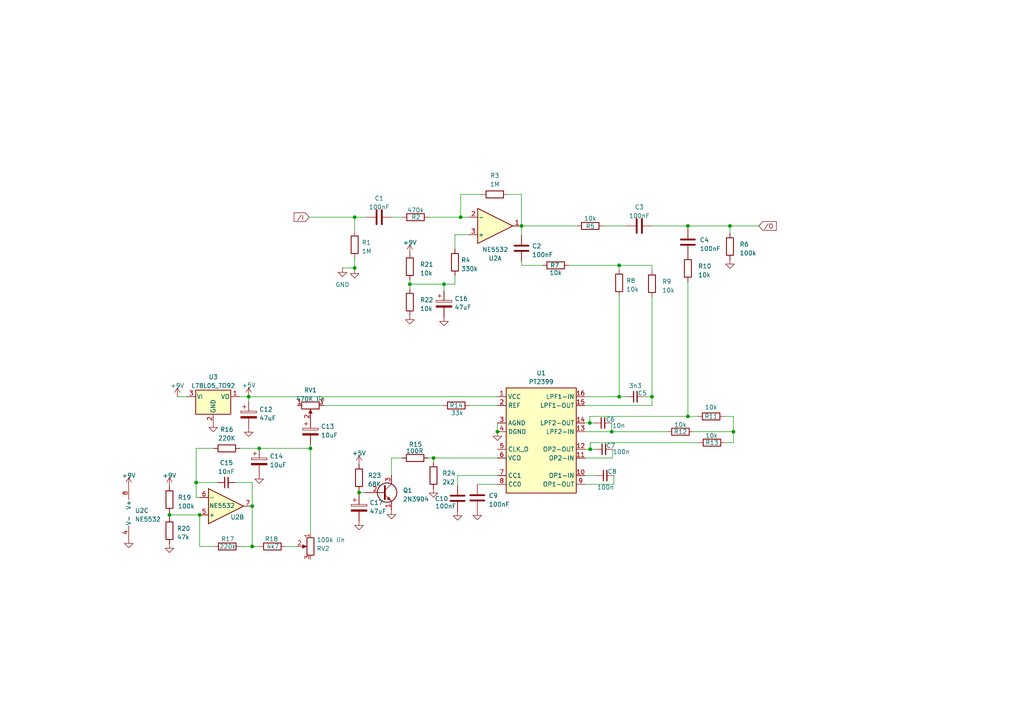
<source format=kicad_sch>
(kicad_sch (version 20230121) (generator eeschema)
  (paper "A4")
  (lib_symbols
    (symbol "Amplifier_Operational:NE5532" (pin_names (offset 0.127))
      (property "Reference" "U" (at 0 5.08 0))
      (property "Value" "NE5532" (at 0 -5.08 0))
      (symbol "NE5532_1_1"
        (polyline (pts (xy -5.08 5.08) (xy 5.08 0) (xy -5.08 -5.08) (xy -5.08 5.08)) (stroke (width 0.254)) (fill (type background)))
        (pin output line (at 7.62 0 180) (length 2.54) (name "~") (number "1"))
        (pin input line (at -7.62 -2.54 0) (length 2.54) (name "-") (number "2"))
        (pin input line (at -7.62 2.54 0) (length 2.54) (name "+") (number "3"))
      )
      (symbol "NE5532_2_1"
        (polyline (pts (xy -5.08 5.08) (xy 5.08 0) (xy -5.08 -5.08) (xy -5.08 5.08)) (stroke (width 0.254)) (fill (type background)))
        (pin input line (at -7.62 2.54 0) (length 2.54) (name "+") (number "5"))
        (pin input line (at -7.62 -2.54 0) (length 2.54) (name "-") (number "6"))
        (pin output line (at 7.62 0 180) (length 2.54) (name "~") (number "7"))
      )
      (symbol "NE5532_3_1"
        (pin power_in line (at -2.54 -7.62 90) (length 3.81) (name "V-") (number "4"))
        (pin power_in line (at -2.54 7.62 270) (length 3.81) (name "V+") (number "8"))
      )
    )
    (symbol "Audio:PT2399"
      (property "Reference" "U" (at 0 17.78 0))
      (property "Value" "PT2399" (at 0 -17.78 0))
      (symbol "PT2399_0_1"
        (rectangle (start -10.16 15.24) (end 10.16 -15.24) (stroke (width 0.254)) (fill (type background)))
      )
      (symbol "PT2399_1_1"
        (pin power_in line (at -12.7 12.7 0) (length 2.54) (name "VCC") (number "1"))
        (pin input line (at 12.7 -10.16 180) (length 2.54) (name "OP1-IN") (number "10"))
        (pin input line (at 12.7 -5.08 180) (length 2.54) (name "OP2-IN") (number "11"))
        (pin output line (at 12.7 -2.54 180) (length 2.54) (name "OP2-OUT") (number "12"))
        (pin input line (at 12.7 2.54 180) (length 2.54) (name "LPF2-IN") (number "13"))
        (pin output line (at 12.7 5.08 180) (length 2.54) (name "LPF2-OUT") (number "14"))
        (pin output line (at 12.7 10.16 180) (length 2.54) (name "LPF1-OUT") (number "15"))
        (pin input line (at 12.7 12.7 180) (length 2.54) (name "LPF1-IN") (number "16"))
        (pin passive line (at -12.7 10.16 0) (length 2.54) (name "REF") (number "2"))
        (pin power_in line (at -12.7 5.08 0) (length 2.54) (name "AGND") (number "3"))
        (pin power_in line (at -12.7 2.54 0) (length 2.54) (name "DGND") (number "4"))
        (pin passive line (at -12.7 -2.54 0) (length 2.54) (name "CLK_O") (number "5"))
        (pin passive line (at -12.7 -5.08 0) (length 2.54) (name "VCO") (number "6"))
        (pin passive line (at -12.7 -10.16 0) (length 2.54) (name "CC1") (number "7"))
        (pin passive line (at -12.7 -12.7 0) (length 2.54) (name "CC0") (number "8"))
        (pin output line (at 12.7 -12.7 180) (length 2.54) (name "OP1-OUT") (number "9"))
      )
    )
    (symbol "Device:C" (pin_numbers hide) (pin_names (offset 0.254))
      (property "Reference" "C" (at 0.635 2.54 0))
      (property "Value" "C" (at 0.635 -2.54 0))
      (symbol "C_0_1"
        (polyline (pts (xy -2.032 -0.762) (xy 2.032 -0.762)) (stroke (width 0.508)))
        (polyline (pts (xy -2.032 0.762) (xy 2.032 0.762)) (stroke (width 0.508)))
      )
      (symbol "C_1_1"
        (pin passive line (at 0 3.81 270) (length 2.794) (name "~") (number "1"))
        (pin passive line (at 0 -3.81 90) (length 2.794) (name "~") (number "2"))
      )
    )
    (symbol "Device:C_Polarized" (pin_numbers hide) (pin_names (offset 0.254))
      (property "Reference" "C" (at 0.635 2.54 0))
      (property "Value" "C_Polarized" (at 0.635 -2.54 0))
      (symbol "C_Polarized_0_1"
        (rectangle (start -2.286 0.508) (end 2.286 1.016))
        (polyline (pts (xy -1.778 2.286) (xy -0.762 2.286)))
        (polyline (pts (xy -1.27 2.794) (xy -1.27 1.778)))
        (rectangle (start 2.286 -0.508) (end -2.286 -1.016) (fill (type outline)))
      )
      (symbol "C_Polarized_1_1"
        (pin passive line (at 0 3.81 270) (length 2.794) (name "~") (number "1"))
        (pin passive line (at 0 -3.81 90) (length 2.794) (name "~") (number "2"))
      )
    )
    (symbol "Device:C_Small" (pin_numbers hide) (pin_names (offset 0.254) hide)
      (property "Reference" "C" (at 0.254 1.778 0))
      (property "Value" "C_Small" (at 0.254 -2.032 0))
      (symbol "C_Small_0_1"
        (polyline (pts (xy -1.524 -0.508) (xy 1.524 -0.508)) (stroke (width 0.3302)))
        (polyline (pts (xy -1.524 0.508) (xy 1.524 0.508)) (stroke (width 0.3048)))
      )
      (symbol "C_Small_1_1"
        (pin passive line (at 0 2.54 270) (length 2.032) (name "~") (number "1"))
        (pin passive line (at 0 -2.54 90) (length 2.032) (name "~") (number "2"))
      )
    )
    (symbol "Device:R" (pin_numbers hide) (pin_names (offset 0))
      (property "Reference" "R" (at 2.032 0 90))
      (property "Value" "R" (at 0 0 90))
      (symbol "R_0_1"
        (rectangle (start -1.016 -2.54) (end 1.016 2.54) (stroke (width 0.254)))
      )
      (symbol "R_1_1"
        (pin passive line (at 0 3.81 270) (length 1.27) (name "~") (number "1"))
        (pin passive line (at 0 -3.81 90) (length 1.27) (name "~") (number "2"))
      )
    )
    (symbol "Device:R_Potentiometer" (pin_names (offset 1.016) hide)
      (property "Reference" "RV" (at -4.445 0 90))
      (property "Value" "R_Potentiometer" (at -2.54 0 90))
      (symbol "R_Potentiometer_0_1"
        (polyline (pts (xy 2.54 0) (xy 1.524 0)))
        (polyline (pts (xy 1.143 0) (xy 2.286 0.508) (xy 2.286 -0.508) (xy 1.143 0)) (fill (type outline)))
        (rectangle (start 1.016 2.54) (end -1.016 -2.54) (stroke (width 0.254)))
      )
      (symbol "R_Potentiometer_1_1"
        (pin passive line (at 0 3.81 270) (length 1.27) (name "1") (number "1"))
        (pin passive line (at 3.81 0 180) (length 1.27) (name "2") (number "2"))
        (pin passive line (at 0 -3.81 90) (length 1.27) (name "3") (number "3"))
      )
    )
    (symbol "Regulator_Linear:L78L05_TO92" (pin_names (offset 0.254))
      (property "Reference" "U" (at -3.81 3.175 0))
      (property "Value" "L78L05_TO92" (at 0 3.175 0))
      (symbol "L78L05_TO92_0_1"
        (rectangle (start -5.08 -5.08) (end 5.08 1.905) (stroke (width 0.254)) (fill (type background)))
      )
      (symbol "L78L05_TO92_1_1"
        (pin power_out line (at 7.62 0 180) (length 2.54) (name "VO") (number "1"))
        (pin power_in line (at 0 -7.62 90) (length 2.54) (name "GND") (number "2"))
        (pin power_in line (at -7.62 0 0) (length 2.54) (name "VI") (number "3"))
      )
    )
    (symbol "Transistor_BJT:2N3904" (pin_names (offset 0) hide)
      (property "Reference" "Q" (at 5.08 1.905 0))
      (property "Value" "2N3904" (at 5.08 0 0))
      (symbol "2N3904_0_1"
        (polyline (pts (xy 0.635 0.635) (xy 2.54 2.54)))
        (polyline (pts (xy 0.635 -0.635) (xy 2.54 -2.54) (xy 2.54 -2.54)))
        (polyline (pts (xy 0.635 1.905) (xy 0.635 -1.905) (xy 0.635 -1.905)) (stroke (width 0.508)))
        (polyline (pts (xy 1.27 -1.778) (xy 1.778 -1.27) (xy 2.286 -2.286) (xy 1.27 -1.778) (xy 1.27 -1.778)) (fill (type outline)))
        (circle (center 1.27 0) (radius 2.8194) (stroke (width 0.254)))
      )
      (symbol "2N3904_1_1"
        (pin passive line (at 2.54 -5.08 90) (length 2.54) (name "E") (number "1"))
        (pin passive line (at -5.08 0 0) (length 5.715) (name "B") (number "2"))
        (pin passive line (at 2.54 5.08 270) (length 2.54) (name "C") (number "3"))
      )
    )
    (symbol "power:+5V" (power) (pin_names (offset 0))
      (property "Value" "+5V" (at 0 3.556 0))
      (symbol "+5V_0_1"
        (polyline (pts (xy -0.762 1.27) (xy 0 2.54)))
        (polyline (pts (xy 0 0) (xy 0 2.54)))
        (polyline (pts (xy 0 2.54) (xy 0.762 1.27)))
      )
      (symbol "+5V_1_1"
        (pin power_in line (at 0 0 90) (length 0) hide (name "+5V") (number "1"))
      )
    )
    (symbol "power:+9V" (power) (pin_names (offset 0))
      (property "Value" "+9V" (at 0 3.556 0))
      (symbol "+9V_0_1"
        (polyline (pts (xy -0.762 1.27) (xy 0 2.54)))
        (polyline (pts (xy 0 0) (xy 0 2.54)))
        (polyline (pts (xy 0 2.54) (xy 0.762 1.27)))
      )
      (symbol "+9V_1_1"
        (pin power_in line (at 0 0 90) (length 0) hide (name "+9V") (number "1"))
      )
    )
    (symbol "power:GND" (power) (pin_names (offset 0))
      (property "Value" "GND" (at 0 -3.81 0))
      (symbol "GND_0_1"
        (polyline (pts (xy 0 0) (xy 0 -1.27) (xy 1.27 -1.27) (xy 0 -2.54) (xy -1.27 -1.27) (xy 0 -1.27)))
      )
      (symbol "GND_1_1"
        (pin power_in line (at 0 0 270) (length 0) hide (name "GND") (number "1"))
      )
    )
  )
  (junction (at 144.272 125.222))
  (junction (at 171.196 130.302))
  (junction (at 199.517 120.777))
  (junction (at 102.87 62.992))
  (junction (at 90.043 130.048))
  (junction (at 212.725 125.222))
  (junction (at 177.419 125.222))
  (junction (at 133.604 62.992))
  (junction (at 49.149 149.352))
  (junction (at 102.87 77.724))
  (junction (at 189.103 115.062))
  (junction (at 151.257 65.532))
  (junction (at 211.709 65.532))
  (junction (at 57.912 149.352))
  (junction (at 73.152 146.812))
  (junction (at 56.896 139.954))
  (junction (at 125.73 132.842))
  (junction (at 199.517 65.532))
  (junction (at 171.069 122.682))
  (junction (at 75.184 130.048))
  (junction (at 72.136 115.062))
  (junction (at 179.578 115.062))
  (junction (at 104.14 142.875))
  (junction (at 118.872 82.423))
  (junction (at 128.778 82.423))
  (junction (at 179.578 76.962))
  (junction (at 73.152 158.496))
  (wire (pts (xy 189.103 115.062) (xy 189.103 117.602)))
  (wire (pts (xy 133.604 62.992) (xy 136.017 62.992)))
  (wire (pts (xy 102.87 74.803) (xy 102.87 77.724)))
  (wire (pts (xy 49.149 148.717) (xy 49.149 149.352)))
  (wire (pts (xy 132.715 140.716) (xy 132.715 137.922)))
  (wire (pts (xy 82.804 158.496) (xy 86.233 158.496)))
  (wire (pts (xy 186.817 115.062) (xy 189.103 115.062)))
  (wire (pts (xy 144.272 122.682) (xy 144.272 125.222)))
  (wire (pts (xy 211.709 67.691) (xy 211.709 65.532)))
  (wire (pts (xy 73.152 139.954) (xy 73.152 146.812)))
  (wire (pts (xy 68.199 139.954) (xy 73.152 139.954)))
  (wire (pts (xy 73.152 158.496) (xy 75.184 158.496)))
  (wire (pts (xy 179.578 85.852) (xy 179.578 115.062)))
  (wire (pts (xy 151.257 76.962) (xy 157.353 76.962)))
  (wire (pts (xy 124.333 62.992) (xy 133.604 62.992)))
  (wire (pts (xy 212.725 125.222) (xy 212.725 128.397)))
  (wire (pts (xy 125.73 132.842) (xy 125.73 134.112)))
  (wire (pts (xy 73.152 146.812) (xy 73.152 158.496)))
  (wire (pts (xy 201.168 125.222) (xy 212.725 125.222)))
  (wire (pts (xy 69.723 158.496) (xy 73.152 158.496)))
  (wire (pts (xy 169.672 117.602) (xy 189.103 117.602)))
  (wire (pts (xy 131.953 68.072) (xy 131.953 72.263)))
  (wire (pts (xy 211.709 65.532) (xy 220.091 65.532)))
  (wire (pts (xy 169.672 122.682) (xy 171.069 122.682)))
  (wire (pts (xy 177.419 125.222) (xy 193.548 125.222)))
  (wire (pts (xy 175.006 65.532) (xy 181.61 65.532)))
  (wire (pts (xy 177.673 132.842) (xy 177.673 130.302)))
  (wire (pts (xy 113.792 62.992) (xy 116.713 62.992)))
  (wire (pts (xy 212.725 120.777) (xy 212.725 125.222)))
  (wire (pts (xy 136.144 117.602) (xy 144.272 117.602)))
  (wire (pts (xy 72.136 116.459) (xy 72.136 115.062)))
  (wire (pts (xy 75.184 130.048) (xy 90.043 130.048)))
  (wire (pts (xy 57.912 158.496) (xy 62.103 158.496)))
  (wire (pts (xy 90.043 130.048) (xy 90.043 129.032)))
  (wire (pts (xy 199.517 65.532) (xy 199.517 66.421)))
  (wire (pts (xy 57.912 149.352) (xy 57.912 158.496)))
  (wire (pts (xy 151.257 75.819) (xy 151.257 76.962)))
  (wire (pts (xy 56.896 144.272) (xy 57.912 144.272)))
  (wire (pts (xy 99.314 77.724) (xy 102.87 77.724)))
  (wire (pts (xy 169.672 115.062) (xy 179.578 115.062)))
  (wire (pts (xy 210.058 120.777) (xy 212.725 120.777)))
  (wire (pts (xy 104.14 142.875) (xy 104.14 143.51)))
  (wire (pts (xy 139.7 56.388) (xy 133.604 56.388)))
  (wire (pts (xy 69.469 115.062) (xy 72.136 115.062)))
  (wire (pts (xy 118.872 82.423) (xy 128.778 82.423)))
  (wire (pts (xy 118.872 82.423) (xy 118.872 81.153)))
  (wire (pts (xy 169.672 140.462) (xy 178.054 140.462)))
  (wire (pts (xy 171.069 122.682) (xy 172.339 122.682)))
  (wire (pts (xy 54.229 115.062) (xy 51.435 115.062)))
  (wire (pts (xy 151.257 65.532) (xy 151.257 56.388)))
  (wire (pts (xy 132.715 137.922) (xy 144.272 137.922)))
  (wire (pts (xy 102.87 62.992) (xy 106.172 62.992)))
  (wire (pts (xy 56.896 139.954) (xy 56.896 144.272)))
  (wire (pts (xy 177.419 122.682) (xy 177.419 125.222)))
  (wire (pts (xy 189.103 86.106) (xy 189.103 115.062)))
  (wire (pts (xy 69.596 130.048) (xy 75.184 130.048)))
  (wire (pts (xy 171.196 130.302) (xy 169.672 130.302)))
  (wire (pts (xy 151.257 65.532) (xy 151.257 68.199)))
  (wire (pts (xy 136.017 68.072) (xy 131.953 68.072)))
  (wire (pts (xy 164.973 76.962) (xy 179.578 76.962)))
  (wire (pts (xy 125.73 132.842) (xy 144.272 132.842)))
  (wire (pts (xy 199.517 81.661) (xy 199.517 120.777)))
  (wire (pts (xy 56.896 130.048) (xy 56.896 139.954)))
  (wire (pts (xy 151.257 56.388) (xy 147.32 56.388)))
  (wire (pts (xy 171.069 120.777) (xy 171.069 122.682)))
  (wire (pts (xy 102.87 62.992) (xy 102.87 67.183)))
  (wire (pts (xy 105.918 142.875) (xy 104.14 142.875)))
  (wire (pts (xy 63.119 139.954) (xy 56.896 139.954)))
  (wire (pts (xy 171.069 120.777) (xy 199.517 120.777)))
  (wire (pts (xy 124.206 132.842) (xy 125.73 132.842)))
  (wire (pts (xy 199.517 120.777) (xy 202.438 120.777)))
  (wire (pts (xy 178.054 140.462) (xy 178.054 137.922)))
  (wire (pts (xy 179.578 76.962) (xy 189.103 76.962)))
  (wire (pts (xy 199.517 65.532) (xy 211.709 65.532)))
  (wire (pts (xy 169.672 132.842) (xy 177.673 132.842)))
  (wire (pts (xy 131.953 82.423) (xy 128.778 82.423)))
  (wire (pts (xy 133.604 56.388) (xy 133.604 62.992)))
  (wire (pts (xy 61.976 130.048) (xy 56.896 130.048)))
  (wire (pts (xy 151.257 65.532) (xy 167.386 65.532)))
  (wire (pts (xy 118.872 83.82) (xy 118.872 82.423)))
  (wire (pts (xy 169.672 137.922) (xy 172.974 137.922)))
  (wire (pts (xy 171.196 130.302) (xy 172.593 130.302)))
  (wire (pts (xy 138.43 140.462) (xy 138.43 140.589)))
  (wire (pts (xy 189.23 65.532) (xy 199.517 65.532)))
  (wire (pts (xy 102.87 77.724) (xy 102.87 78.105)))
  (wire (pts (xy 90.043 130.048) (xy 90.043 154.686)))
  (wire (pts (xy 131.953 79.883) (xy 131.953 82.423)))
  (wire (pts (xy 169.672 125.222) (xy 177.419 125.222)))
  (wire (pts (xy 212.725 128.397) (xy 210.312 128.397)))
  (wire (pts (xy 93.853 117.602) (xy 128.524 117.602)))
  (wire (pts (xy 128.778 84.328) (xy 128.778 82.423)))
  (wire (pts (xy 179.578 115.062) (xy 181.737 115.062)))
  (wire (pts (xy 179.578 78.232) (xy 179.578 76.962)))
  (wire (pts (xy 49.149 149.352) (xy 49.149 150.114)))
  (wire (pts (xy 116.586 132.842) (xy 113.538 132.842)))
  (wire (pts (xy 189.103 76.962) (xy 189.103 78.486)))
  (wire (pts (xy 202.692 128.397) (xy 171.196 128.397)))
  (wire (pts (xy 113.538 132.842) (xy 113.538 137.795)))
  (wire (pts (xy 49.149 149.352) (xy 57.912 149.352)))
  (wire (pts (xy 89.662 62.992) (xy 102.87 62.992)))
  (wire (pts (xy 171.196 128.397) (xy 171.196 130.302)))
  (wire (pts (xy 104.14 142.875) (xy 104.14 142.367)))
  (wire (pts (xy 72.136 115.062) (xy 144.272 115.062)))
  (wire (pts (xy 144.272 140.462) (xy 138.43 140.462)))
  (global_label "{slash}O" (shape input) (at 220.091 65.532 0) (property "Intersheetrefs" "${INTERSHEET_REFS}" (effects hide)))
  (global_label "{slash}I" (shape input) (at 89.662 62.992 180) (property "Intersheetrefs" "${INTERSHEET_REFS}" (effects hide)))
  (symbol (lib_id "Device:R") (at 206.248 120.777 270) (unit 1)
    (property "Reference" "R11" (at 206.248 120.777 90))
    (property "Value" "10k" (at 206.248 118.11 90))
    (property "Footprint" "Resistor_THT:R_Axial_DIN0204_L3.6mm_D1.6mm_P7.62mm_Horizontal" (effects hide))
  )
  (symbol (lib_id "Device:R") (at 102.87 70.993 0) (unit 1)
    (property "Reference" "R1" (at 104.902 70.358 0) (effects (justify left)))
    (property "Value" "1M" (at 104.902 72.898 0) (effects (justify left)))
    (property "Footprint" "Resistor_THT:R_Axial_DIN0204_L3.6mm_D1.6mm_P7.62mm_Horizontal" (effects hide))
  )
  (symbol (lib_id "power:GND") (at 132.715 148.336 0) (unit 1)
    (property "Reference" "#PWR07" (effects hide))
    (property "Value" "Earth" (effects hide))
  )
  (symbol (lib_id "Amplifier_Operational:NE5532") (at 143.637 65.532 0) (mirror x) (unit 1)
    (property "Reference" "U2" (at 143.637 74.93 0))
    (property "Value" "NE5532" (at 143.637 72.39 0))
    (property "Footprint" "Package_DIP:DIP-8_W7.62mm" (effects hide))
    (property "Datasheet" "http://www.ti.com/lit/ds/symlink/ne5532.pdf" (effects hide))
  )
  (symbol (lib_id "power:GND") (at 102.87 78.105 0) (unit 1)
    (property "Reference" "#PWR01" (effects hide))
    (property "Value" "Earth" (effects hide))
  )
  (symbol (lib_id "Device:R") (at 125.73 137.922 180) (unit 1)
    (property "Reference" "R24" (at 128.27 137.287 0) (effects (justify right)))
    (property "Value" "2k2" (at 128.27 139.827 0) (effects (justify right)))
    (property "Footprint" "Resistor_THT:R_Axial_DIN0204_L3.6mm_D1.6mm_P7.62mm_Horizontal" (effects hide))
  )
  (symbol (lib_id "power:GND") (at 125.73 141.732 0) (unit 1)
    (property "Reference" "#PWR06" (effects hide))
    (property "Value" "Earth" (effects hide))
  )
  (symbol (lib_id "Device:R") (at 179.578 82.042 180) (unit 1)
    (property "Reference" "R8" (at 181.61 81.407 0) (effects (justify right)))
    (property "Value" "10k" (at 181.61 83.947 0) (effects (justify right)))
    (property "Footprint" "Resistor_THT:R_Axial_DIN0204_L3.6mm_D1.6mm_P7.62mm_Horizontal" (effects hide))
  )
  (symbol (lib_id "Device:C") (at 132.715 144.526 180) (unit 1)
    (property "Reference" "C10" (at 126.111 144.653 0) (effects (justify right)))
    (property "Value" "100nF" (at 126.238 146.812 0) (effects (justify right)))
    (property "Footprint" "Capacitor_THT:C_Disc_D7.0mm_W2.5mm_P5.00mm" (effects hide))
  )
  (symbol (lib_id "power:GND") (at 128.778 91.948 0) (unit 1)
    (property "Reference" "#PWR018" (effects hide))
    (property "Value" "Earth" (effects hide))
  )
  (symbol (lib_id "power:GND") (at 49.149 157.734 0) (unit 1)
    (property "Reference" "#PWR015" (effects hide))
    (property "Value" "Earth" (effects hide))
  )
  (symbol (lib_id "Device:R_Potentiometer") (at 90.043 117.602 90) (mirror x) (unit 1)
    (property "Reference" "RV1" (at 90.043 113.157 90))
    (property "Value" "470K lin" (at 90.043 115.697 90))
    (property "Footprint" "Potentiometer_THT:Potentiometer_Alpha_RD901F-40-00D_Single_Vertical" (effects hide))
  )
  (symbol (lib_id "Transistor_BJT:2N3904") (at 110.998 142.875 0) (unit 1)
    (property "Reference" "Q1" (at 116.84 142.24 0) (effects (justify left)))
    (property "Value" "2N3904" (at 116.84 144.78 0) (effects (justify left)))
    (property "Footprint" "Package_TO_SOT_THT:TO-92_Inline" (effects hide))
    (property "Datasheet" "https://www.onsemi.com/pub/Collateral/2N3903-D.PDF" (effects hide))
  )
  (symbol (lib_id "Device:R") (at 189.103 82.296 180) (unit 1)
    (property "Reference" "R9" (at 192.024 81.661 0) (effects (justify right)))
    (property "Value" "10k" (at 192.024 84.201 0) (effects (justify right)))
    (property "Footprint" "Resistor_THT:R_Axial_DIN0204_L3.6mm_D1.6mm_P7.62mm_Horizontal" (effects hide))
  )
  (symbol (lib_id "Device:R") (at 49.149 144.907 180) (unit 1)
    (property "Reference" "R19" (at 51.562 144.272 0) (effects (justify right)))
    (property "Value" "100k" (at 51.562 146.812 0) (effects (justify right)))
    (property "Footprint" "Resistor_THT:R_Axial_DIN0204_L3.6mm_D1.6mm_P7.62mm_Horizontal" (effects hide))
  )
  (symbol (lib_id "power:GND") (at 144.272 125.222 0) (unit 1)
    (property "Reference" "#PWR05" (effects hide))
    (property "Value" "Earth" (effects hide))
  )
  (symbol (lib_id "Device:R") (at 211.709 71.501 180) (unit 1)
    (property "Reference" "R6" (at 214.503 70.866 0) (effects (justify right)))
    (property "Value" "100k" (at 214.503 73.406 0) (effects (justify right)))
    (property "Footprint" "Resistor_THT:R_Axial_DIN0204_L3.6mm_D1.6mm_P7.62mm_Horizontal" (effects hide))
  )
  (symbol (lib_id "power:+5V") (at 104.14 134.747 0) (unit 1)
    (property "Reference" "#PWR021" (effects hide))
    (property "Value" "+5V" (at 104.14 131.445 0))
  )
  (symbol (lib_id "power:GND") (at 211.709 75.311 0) (unit 1)
    (property "Reference" "#PWR03" (effects hide))
    (property "Value" "Earth" (effects hide))
  )
  (symbol (lib_id "Audio:PT2399") (at 156.972 127.762 0) (unit 1)
    (property "Reference" "U1" (at 156.972 108.204 0))
    (property "Value" "PT2399" (at 156.972 110.744 0))
    (property "Footprint" "Package_DIP:DIP-16_W7.62mm" (effects hide))
    (property "Datasheet" "http://sound.westhost.com/pt2399.pdf" (effects hide))
  )
  (symbol (lib_id "power:+9V") (at 118.872 73.533 0) (unit 1)
    (property "Reference" "#PWR019" (effects hide))
    (property "Value" "+9V" (at 118.872 70.358 0))
  )
  (symbol (lib_id "Amplifier_Operational:NE5532") (at 39.878 148.717 0) (unit 3)
    (property "Reference" "U2" (at 39.116 148.082 0) (effects (justify left)))
    (property "Value" "NE5532" (at 39.116 150.622 0) (effects (justify left)))
    (property "Footprint" "Package_DIP:DIP-8_W7.62mm" (effects hide))
    (property "Datasheet" "http://www.ti.com/lit/ds/symlink/ne5532.pdf" (effects hide))
  )
  (symbol (lib_id "Device:C_Polarized") (at 75.184 133.858 0) (unit 1)
    (property "Reference" "C14" (at 78.232 132.334 0) (effects (justify left)))
    (property "Value" "10uF" (at 78.232 134.874 0) (effects (justify left)))
    (property "Footprint" "Capacitor_THT:CP_Radial_D8.0mm_P2.50mm" (effects hide))
  )
  (symbol (lib_id "power:GND") (at 37.338 156.337 0) (unit 1)
    (property "Reference" "#PWR014" (effects hide))
    (property "Value" "Earth" (effects hide))
  )
  (symbol (lib_id "Device:C_Polarized") (at 128.778 88.138 0) (unit 1)
    (property "Reference" "C16" (at 131.826 86.614 0) (effects (justify left)))
    (property "Value" "47uF" (at 131.826 89.154 0) (effects (justify left)))
    (property "Footprint" "Capacitor_THT:CP_Radial_D8.0mm_P2.50mm" (effects hide))
  )
  (symbol (lib_id "Device:R") (at 49.149 153.924 180) (unit 1)
    (property "Reference" "R20" (at 51.308 153.289 0) (effects (justify right)))
    (property "Value" "47k" (at 51.308 155.829 0) (effects (justify right)))
    (property "Footprint" "Resistor_THT:R_Axial_DIN0204_L3.6mm_D1.6mm_P7.62mm_Horizontal" (effects hide))
  )
  (symbol (lib_id "Regulator_Linear:L78L05_TO92") (at 61.849 115.062 0) (unit 1)
    (property "Reference" "U3" (at 61.849 109.347 0))
    (property "Value" "L78L05_TO92" (at 61.849 111.887 0))
    (property "Footprint" "Package_TO_SOT_THT:TO-92_Inline" (effects hide))
    (property "Datasheet" "http://www.st.com/content/ccc/resource/technical/document/datasheet/15/55/e5/aa/23/5b/43/fd/CD00000446.pdf/files/CD00000446.pdf/jcr:content/translations/en.CD00000446.pdf" (effects hide))
  )
  (symbol (lib_id "power:GND") (at 99.314 77.724 0) (unit 1)
    (property "Reference" "#PWR02" (effects hide))
    (property "Value" "GND" (at 99.314 82.55 0))
  )
  (symbol (lib_id "power:GND") (at 118.872 91.44 0) (unit 1)
    (property "Reference" "#PWR04" (effects hide))
    (property "Value" "Earth" (effects hide))
  )
  (symbol (lib_id "power:+5V") (at 72.136 115.062 0) (unit 1)
    (property "Reference" "#PWR020" (effects hide))
    (property "Value" "+5V" (at 72.136 111.76 0))
  )
  (symbol (lib_id "Device:R") (at 132.334 117.602 90) (unit 1)
    (property "Reference" "R14" (at 132.334 117.602 90))
    (property "Value" "33k" (at 132.588 119.761 90))
    (property "Footprint" "Resistor_THT:R_Axial_DIN0204_L3.6mm_D1.6mm_P7.62mm_Horizontal" (effects hide))
  )
  (symbol (lib_id "Device:R") (at 120.523 62.992 90) (unit 1)
    (property "Reference" "R2" (at 120.65 62.992 90))
    (property "Value" "470k" (at 120.523 60.96 90))
    (property "Footprint" "Resistor_THT:R_Axial_DIN0204_L3.6mm_D1.6mm_P7.62mm_Horizontal" (effects hide))
  )
  (symbol (lib_id "Device:R") (at 65.913 158.496 90) (unit 1)
    (property "Reference" "R17" (at 66.04 156.337 90))
    (property "Value" "220k" (at 66.04 158.496 90))
    (property "Footprint" "Resistor_THT:R_Axial_DIN0204_L3.6mm_D1.6mm_P7.62mm_Horizontal" (effects hide))
  )
  (symbol (lib_id "Device:C") (at 199.517 70.231 180) (unit 1)
    (property "Reference" "C4" (at 202.946 69.596 0) (effects (justify right)))
    (property "Value" "100nF" (at 202.946 72.136 0) (effects (justify right)))
    (property "Footprint" "Capacitor_THT:C_Disc_D7.0mm_W2.5mm_P5.00mm" (effects hide))
  )
  (symbol (lib_id "Device:R") (at 161.163 76.962 90) (unit 1)
    (property "Reference" "R7" (at 160.909 76.962 90))
    (property "Value" "10k" (at 161.163 79.121 90))
    (property "Footprint" "Resistor_THT:R_Axial_DIN0204_L3.6mm_D1.6mm_P7.62mm_Horizontal" (effects hide))
  )
  (symbol (lib_id "power:GND") (at 61.849 122.682 0) (unit 1)
    (property "Reference" "#PWR09" (effects hide))
    (property "Value" "Earth" (effects hide))
  )
  (symbol (lib_id "Device:C") (at 185.42 65.532 90) (unit 1)
    (property "Reference" "C3" (at 185.42 60.071 90))
    (property "Value" "100nF" (at 185.42 62.611 90))
    (property "Footprint" "Capacitor_THT:C_Disc_D7.0mm_W2.5mm_P5.00mm" (effects hide))
  )
  (symbol (lib_id "Device:R") (at 65.786 130.048 90) (unit 1)
    (property "Reference" "R16" (at 65.786 124.587 90))
    (property "Value" "220K" (at 65.786 127.127 90))
    (property "Footprint" "Resistor_THT:R_Axial_DIN0204_L3.6mm_D1.6mm_P7.62mm_Horizontal" (effects hide))
  )
  (symbol (lib_id "Device:C_Small") (at 175.514 137.922 90) (unit 1)
    (property "Reference" "C8" (at 177.546 136.779 90))
    (property "Value" "100n" (at 175.641 141.351 90))
    (property "Footprint" "Capacitor_THT:C_Disc_D7.0mm_W2.5mm_P5.00mm" (effects hide))
  )
  (symbol (lib_id "Device:C_Polarized") (at 72.136 120.269 0) (unit 1)
    (property "Reference" "C12" (at 75.184 118.745 0) (effects (justify left)))
    (property "Value" "47uF" (at 75.184 121.285 0) (effects (justify left)))
    (property "Footprint" "Capacitor_THT:CP_Radial_D8.0mm_P2.50mm" (effects hide))
  )
  (symbol (lib_id "Amplifier_Operational:NE5532") (at 65.532 146.812 0) (mirror x) (unit 2)
    (property "Reference" "U2" (at 68.834 149.987 0))
    (property "Value" "NE5532" (at 64.389 146.685 0))
    (property "Footprint" "Package_DIP:DIP-8_W7.62mm" (effects hide))
    (property "Datasheet" "http://www.ti.com/lit/ds/symlink/ne5532.pdf" (effects hide))
  )
  (symbol (lib_id "power:+9V") (at 49.149 141.097 0) (unit 1)
    (property "Reference" "#PWR016" (effects hide))
    (property "Value" "+9V" (at 49.149 137.922 0))
  )
  (symbol (lib_id "Device:R") (at 131.953 76.073 180) (unit 1)
    (property "Reference" "R4" (at 133.731 75.438 0) (effects (justify right)))
    (property "Value" "330k" (at 133.731 77.978 0) (effects (justify right)))
    (property "Footprint" "Resistor_THT:R_Axial_DIN0204_L3.6mm_D1.6mm_P7.62mm_Horizontal" (effects hide))
  )
  (symbol (lib_id "power:GND") (at 75.184 137.668 0) (unit 1)
    (property "Reference" "#PWR017" (effects hide))
    (property "Value" "Earth" (effects hide))
  )
  (symbol (lib_id "Device:R") (at 206.502 128.397 270) (unit 1)
    (property "Reference" "R13" (at 206.502 128.397 90))
    (property "Value" "10k" (at 206.375 126.365 90))
    (property "Footprint" "Resistor_THT:R_Axial_DIN0204_L3.6mm_D1.6mm_P7.62mm_Horizontal" (effects hide))
  )
  (symbol (lib_id "Device:C_Polarized") (at 104.14 147.32 0) (unit 1)
    (property "Reference" "C17" (at 107.188 145.796 0) (effects (justify left)))
    (property "Value" "47uF" (at 107.188 148.336 0) (effects (justify left)))
    (property "Footprint" "Capacitor_THT:CP_Radial_D8.0mm_P2.50mm" (effects hide))
  )
  (symbol (lib_id "Device:R") (at 118.872 77.343 180) (unit 1)
    (property "Reference" "R21" (at 121.793 76.708 0) (effects (justify right)))
    (property "Value" "10k" (at 121.793 79.248 0) (effects (justify right)))
    (property "Footprint" "Resistor_THT:R_Axial_DIN0204_L3.6mm_D1.6mm_P7.62mm_Horizontal" (effects hide))
  )
  (symbol (lib_id "Device:R") (at 197.358 125.222 270) (unit 1)
    (property "Reference" "R12" (at 197.358 125.222 90))
    (property "Value" "10k" (at 197.358 123.19 90))
    (property "Footprint" "Resistor_THT:R_Axial_DIN0204_L3.6mm_D1.6mm_P7.62mm_Horizontal" (effects hide))
  )
  (symbol (lib_id "Device:R_Potentiometer") (at 90.043 158.496 0) (mirror y) (unit 1)
    (property "Reference" "RV2" (at 91.821 159.131 0) (effects (justify right)))
    (property "Value" "100k lin" (at 91.821 156.591 0) (effects (justify right)))
    (property "Footprint" "Potentiometer_THT:Potentiometer_Alpha_RD901F-40-00D_Single_Vertical" (effects hide))
  )
  (symbol (lib_id "Device:R") (at 120.396 132.842 90) (unit 1)
    (property "Reference" "R15" (at 120.523 128.905 90))
    (property "Value" "100R" (at 120.269 130.81 90))
    (property "Footprint" "Resistor_THT:R_Axial_DIN0204_L3.6mm_D1.6mm_P7.62mm_Horizontal" (effects hide))
  )
  (symbol (lib_id "power:+9V") (at 51.435 115.062 0) (unit 1)
    (property "Reference" "#PWR012" (effects hide))
    (property "Value" "+9V" (at 51.435 111.887 0))
  )
  (symbol (lib_id "Device:R") (at 104.14 138.557 180) (unit 1)
    (property "Reference" "R23" (at 106.68 137.922 0) (effects (justify right)))
    (property "Value" "68K" (at 106.68 140.462 0) (effects (justify right)))
    (property "Footprint" "Resistor_THT:R_Axial_DIN0204_L3.6mm_D1.6mm_P7.62mm_Horizontal" (effects hide))
  )
  (symbol (lib_id "Device:C_Small") (at 175.133 130.302 90) (unit 1)
    (property "Reference" "C7" (at 177.165 129.286 90))
    (property "Value" "100n" (at 180.213 131.064 90))
    (property "Footprint" "Capacitor_THT:C_Disc_D7.0mm_W2.5mm_P5.00mm" (effects hide))
  )
  (symbol (lib_id "power:GND") (at 104.14 151.13 0) (unit 1)
    (property "Reference" "#PWR022" (effects hide))
    (property "Value" "Earth" (effects hide))
  )
  (symbol (lib_id "Device:C") (at 138.43 144.399 180) (unit 1)
    (property "Reference" "C9" (at 141.732 143.764 0) (effects (justify right)))
    (property "Value" "100nF" (at 141.732 146.304 0) (effects (justify right)))
    (property "Footprint" "Capacitor_THT:C_Disc_D7.0mm_W2.5mm_P5.00mm" (effects hide))
  )
  (symbol (lib_id "Device:C_Small") (at 174.879 122.682 90) (unit 1)
    (property "Reference" "C6" (at 177.038 121.666 90))
    (property "Value" "10n" (at 179.451 123.444 90))
    (property "Footprint" "Capacitor_THT:C_Disc_D7.0mm_W2.5mm_P5.00mm" (effects hide))
  )
  (symbol (lib_id "Device:C_Small") (at 184.277 115.062 90) (unit 1)
    (property "Reference" "C5" (at 186.309 114.046 90))
    (property "Value" "3n3" (at 184.2833 111.887 90))
    (property "Footprint" "Capacitor_THT:C_Disc_D7.0mm_W2.5mm_P5.00mm" (effects hide))
  )
  (symbol (lib_id "Device:C") (at 151.257 72.009 180) (unit 1)
    (property "Reference" "C2" (at 154.305 71.374 0) (effects (justify right)))
    (property "Value" "100nF" (at 154.305 73.914 0) (effects (justify right)))
    (property "Footprint" "Capacitor_THT:C_Disc_D7.0mm_W2.5mm_P5.00mm" (effects hide))
  )
  (symbol (lib_id "Device:R") (at 171.196 65.532 90) (unit 1)
    (property "Reference" "R5" (at 171.196 65.659 90))
    (property "Value" "10k" (at 171.196 63.373 90))
    (property "Footprint" "Resistor_THT:R_Axial_DIN0204_L3.6mm_D1.6mm_P7.62mm_Horizontal" (effects hide))
  )
  (symbol (lib_id "power:GND") (at 72.136 124.079 0) (unit 1)
    (property "Reference" "#PWR011" (effects hide))
    (property "Value" "Earth" (effects hide))
  )
  (symbol (lib_id "Device:R") (at 143.51 56.388 90) (unit 1)
    (property "Reference" "R3" (at 143.51 50.927 90))
    (property "Value" "1M" (at 143.51 53.467 90))
    (property "Footprint" "Resistor_THT:R_Axial_DIN0204_L3.6mm_D1.6mm_P7.62mm_Horizontal" (effects hide))
  )
  (symbol (lib_id "Device:R") (at 78.994 158.496 90) (unit 1)
    (property "Reference" "R18" (at 78.74 156.337 90))
    (property "Value" "4k7" (at 79.121 158.496 90))
    (property "Footprint" "Resistor_THT:R_Axial_DIN0204_L3.6mm_D1.6mm_P7.62mm_Horizontal" (effects hide))
  )
  (symbol (lib_id "power:GND") (at 113.538 147.955 0) (unit 1)
    (property "Reference" "#PWR023" (effects hide))
    (property "Value" "Earth" (effects hide))
  )
  (symbol (lib_id "Device:C_Small") (at 65.659 139.954 90) (unit 1)
    (property "Reference" "C15" (at 65.6653 134.239 90))
    (property "Value" "10nF" (at 65.6653 136.779 90))
    (property "Footprint" "Capacitor_THT:C_Disc_D7.0mm_W2.5mm_P5.00mm" (effects hide))
  )
  (symbol (lib_id "Device:R") (at 118.872 87.63 180) (unit 1)
    (property "Reference" "R22" (at 121.793 86.995 0) (effects (justify right)))
    (property "Value" "10k" (at 121.793 89.535 0) (effects (justify right)))
    (property "Footprint" "Resistor_THT:R_Axial_DIN0204_L3.6mm_D1.6mm_P7.62mm_Horizontal" (effects hide))
  )
  (symbol (lib_id "power:+9V") (at 37.338 141.097 0) (unit 1)
    (property "Reference" "#PWR013" (effects hide))
    (property "Value" "+9V" (at 37.338 137.922 0))
  )
  (symbol (lib_id "Device:C") (at 109.982 62.992 90) (unit 1)
    (property "Reference" "C1" (at 109.982 57.531 90))
    (property "Value" "100nF" (at 109.982 60.071 90))
    (property "Footprint" "Capacitor_THT:C_Disc_D7.0mm_W2.5mm_P5.00mm" (effects hide))
  )
  (symbol (lib_id "Device:R") (at 199.517 77.851 180) (unit 1)
    (property "Reference" "R10" (at 202.438 77.216 0) (effects (justify right)))
    (property "Value" "10k" (at 202.438 79.756 0) (effects (justify right)))
    (property "Footprint" "Resistor_THT:R_Axial_DIN0204_L3.6mm_D1.6mm_P7.62mm_Horizontal" (effects hide))
  )
  (symbol (lib_id "power:GND") (at 138.43 148.209 0) (unit 1)
    (property "Reference" "#PWR08" (effects hide))
    (property "Value" "Earth" (effects hide))
  )
  (symbol (lib_id "Device:C_Polarized") (at 90.043 125.222 0) (unit 1)
    (property "Reference" "C13" (at 93.091 123.698 0) (effects (justify left)))
    (property "Value" "10uF" (at 93.091 126.238 0) (effects (justify left)))
    (property "Footprint" "Capacitor_THT:CP_Radial_D8.0mm_P2.50mm" (effects hide))
  )
)
</source>
